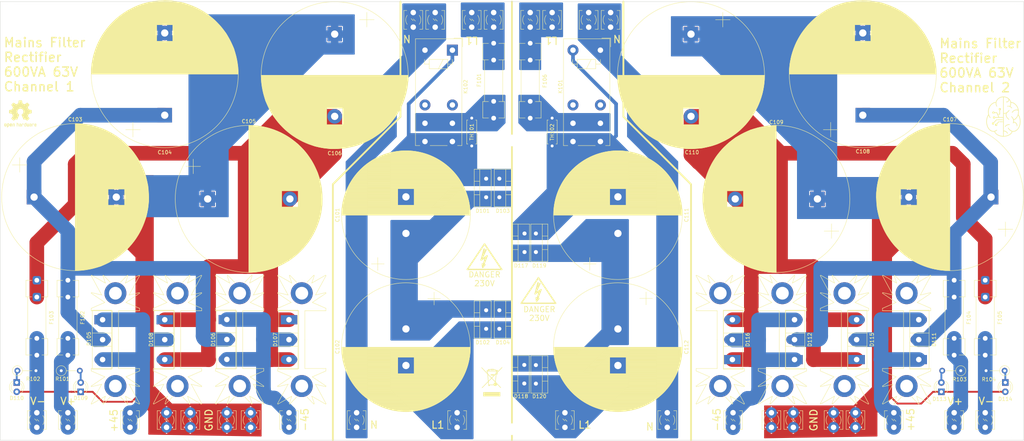
<source format=kicad_pcb>
(kicad_pcb (version 20221018) (generator pcbnew)
  (layers (0 "F.Cu" signal) (31 "B.Cu" signal) (34 "B.Paste" user) (35 "F.Paste" user) (36 "B.SilkS" user "B.Silkscreen") (37 "F.SilkS" user "F.Silkscreen") (38 "B.Mask" user) (39 "F.Mask" user) (44 "Edge.Cuts" user))
  (net 0 "")
  (net 1 "Net-(D101-K)")
  (net 2 "Net-(D101-A)")
  (net 3 "Net-(D102-K)")
  (net 4 "Net-(D105-K)")
  (net 5 "Net-(C105-Pad2)")
  (net 6 "Net-(D108-K)")
  (net 7 "Net-(D107-K)")
  (net 8 "Net-(D109-A)")
  (net 9 "Net-(D110-K)")
  (net 10 "Net-(J101-Pin_1)")
  (net 11 "Net-(F101-Pad2)")
  (net 12 "Net-(J109-Pin_1)")
  (net 13 "Net-(J110-Pin_1)")
  (net 18 "Net-(J102-Pin_1)")
  (net 21 "Net-(D111-K)")
  (net 22 "Net-(C109-Pad2)")
  (net 23 "Net-(D117-K)")
  (net 24 "Net-(D117-A)")
  (net 25 "Net-(D118-K)")
  (net 26 "Net-(D115-K)")
  (net 27 "Net-(D116-K)")
  (net 28 "Net-(D113-A)")
  (net 29 "Net-(D114-K)")
  (net 30 "Net-(J115-Pin_1)")
  (net 31 "Net-(J122-Pin_1)")
  (net 32 "Net-(J123-Pin_1)")
  (net 33 "Net-(F106-Pad2)")
  (net 38 "Net-(J126-Pin_1)")
  (net 41 "GND1")
  (net 42 "GND2")
  (footprint "Symbol:Symbol_HighVoltage_Type2_CopperTop_VerySmall" (layer "F.Cu") (at 197.5 140.5)
    (fp_text reference "REF**" hide)
    (fp_text value "Symbol_HighVoltage_Type2_CopperTop_VerySmall" hide)
  )
  (footprint "Package_TO_SOT_THT:TO-220-2_Vertical" (layer "F.Cu") (at 208.445 138.54 90)
    (fp_text reference "D117")
    (fp_text value "MUR860")
  )
  (footprint "TerminalBlock_MetzConnect:TerminalBlock_MetzConnect_360381_1x01_Horizontal_ScrewM3.0" (layer "F.Cu") (at 210 77 90)
    (fp_text reference "J125" hide)
    (fp_text value "L1" hide)
  )
  (footprint "Heatsink:Heatsink_Fischer_SK104-STCB_35x13mm__2xDrill3.5mm_ScrewM3" (layer "F.Cu") (at 147.5 162.5 90)
    (fp_text reference "HS104" hide)
    (fp_text value "SK104" hide)
  )
  (footprint "TerminalBlock_MetzConnect:TerminalBlock_MetzConnect_360381_1x01_Horizontal_ScrewM3.0" (layer "F.Cu") (at 178 73 -90)
    (fp_text reference "J102" hide)
    (fp_text value "N" hide)
  )
  (footprint "eigene:CP_Radial_D40.0mm_P22,5" (layer "F.Cu") (at 110 94.843063 90)
    (fp_text reference "C104")
    (fp_text value "10.000µ 80V")
  )
  (footprint "Symbol:OSHW-Logo2_9.8x8mm_SilkScreen" (layer "F.Cu") (at 70.5 100.75)
    (fp_text reference "REF**" hide)
    (fp_text value "OSHW-Logo2_9.8x8mm_SilkScreen" hide)
  )
  (footprint "TerminalBlock_MetzConnect:TerminalBlock_MetzConnect_360381_1x01_Horizontal_ScrewM3.0" (layer "F.Cu") (at 100.5 186.5 90)
    (fp_text reference "J105" hide)
    (fp_text value "+45VAC" hide)
  )
  (footprint "Resistor_THT:R_Axial_DIN0207_L6.3mm_D2.5mm_P7.62mm_Horizontal" (layer "F.Cu") (at 194 109.5 90)
    (fp_text reference "TH101")
    (fp_text value "EPC B57364-S100\n")
  )
  (footprint "Package_TO_SOT_THT:TO-247-3_Vertical" (layer "F.Cu") (at 299.32 167.95 90)
    (fp_text reference "D115")
    (fp_text value "MUR3020")
  )
  (footprint "Package_TO_SOT_THT:TO-247-3_Vertical" (layer "F.Cu") (at 316.32 167.95 90)
    (fp_text reference "D111")
    (fp_text value "MUR3020")
  )
  (footprint "LED_THT:LED_D3.0mm" (layer "F.Cu") (at 69.5 174.225 -90)
    (fp_text reference "D110")
    (fp_text value "LED")
  )
  (footprint "Symbol:WEEE-Logo_5.6x8mm_SilkScreen" (layer "F.Cu") (at 199.5 174)
    (fp_text reference "REF**" hide)
    (fp_text value "WEEE-Logo_5.6x8mm_SilkScreen" hide)
  )
  (footprint "Package_TO_SOT_THT:TO-247-3_Vertical" (layer "F.Cu") (at 93 157.05 -90)
    (fp_text reference "D105")
    (fp_text value "MUR3020")
  )
  (footprint "TerminalBlock_MetzConnect:TerminalBlock_MetzConnect_360381_1x01_Horizontal_ScrewM3.0" (layer "F.Cu") (at 127 182.5 -90)
    (fp_text reference "J107" hide)
    (fp_text value "0V" hide)
  )
  (footprint "Relay_THT:Relay_DPDT_Finder_40.52" (layer "F.Cu") (at 188.7075 83.2925 -90)
    (fp_text reference "K102")
    (fp_text value "FINDER-40.52")
  )
  (footprint "Package_TO_SOT_THT:TO-220-2_Vertical" (layer "F.Cu") (at 197.945 159.54 90)
    (fp_text reference "D102")
    (fp_text value "MUR860")
  )
  (footprint "Fuse:Fuseholder_Clip-5x20mm_Littelfuse_100_Inline_P20.50x4.60mm_D1.30mm_Horizontal" (layer "F.Cu") (at 210 81.4 -90)
    (fp_text reference "F106")
    (fp_text value "3,15A")
  )
  (footprint "Fuse:Fuseholder_Clip-5x20mm_Littelfuse_100_Inline_P20.50x4.60mm_D1.30mm_Horizontal" (layer "F.Cu") (at 83.5 146.25 -90)
    (fp_text reference "F102")
    (fp_text value "8A")
  )
  (footprint "LED_THT:LED_D3.0mm" (layer "F.Cu") (at 87 176.775 90)
    (fp_text reference "D109")
    (fp_text value "LED")
  )
  (footprint "Package_TO_SOT_THT:TO-220-2_Vertical" (layer "F.Cu") (at 211.555 169.46 -90)
    (fp_text reference "D120")
    (fp_text value "MUR860")
  )
  (footprint "Resistor_THT:R_Axial_DIN0207_L6.3mm_D2.5mm_P5.08mm_Vertical" (layer "F.Cu") (at 327.815 171 180)
    (fp_text reference "R103")
    (fp_text value "4k7 1W")
  )
  (footprint "Heatsink:Heatsink_Fischer_SK104-STCB_35x13mm__2xDrill3.5mm_ScrewM3" (layer "F.Cu") (at 96.5 162.5 90)
    (fp_text reference "HS101" hide)
    (fp_text value "SK104" hide)
  )
  (footprint "eigene:CP_Radial_D40.0mm_P22,5" (layer "F.Cu") (at 254 85.156937 -90)
    (fp_text reference "C110")
    (fp_text value "10.000µ 80V")
  )
  (footprint "MountingHole:MountingHole_3.2mm_M3_DIN965" (layer "F.Cu") (at 205 187)
    (fp_text reference "REF**" hide)
    (fp_text value "MountingHole_3.2mm_M3_DIN965" hide)
  )
  (footprint "Package_TO_SOT_THT:TO-247-3_Vertical" (layer "F.Cu") (at 110 157.05 -90)
    (fp_text reference "D108")
    (fp_text value "MUR3020")
  )
  (footprint "TerminalBlock_MetzConnect:TerminalBlock_MetzConnect_360381_1x01_Horizontal_ScrewM3.0" (layer "F.Cu") (at 299 186.5 90)
    (fp_text reference "J118" hide)
    (fp_text value "GND" hide)
  )
  (footprint "Heatsink:Heatsink_Fischer_SK104-STCB_35x13mm__2xDrill3.5mm_ScrewM3" (layer "F.Cu") (at 296 162.5 90)
    (fp_text reference "HS106" hide)
    (fp_text value "SK104" hide)
  )
  (footprint "Heatsink:Heatsink_Fischer_SK104-STCB_35x13mm__2xDrill3.5mm_ScrewM3" (layer "F.Cu") (at 262 162.5 90)
    (fp_text reference "HS105" hide)
    (fp_text value "SK104" hide)
  )
  (footprint "Resistor_THT:R_Axial_DIN0207_L6.3mm_D2.5mm_P7.62mm_Horizontal" (layer "F.Cu") (at 216 109.5 90)
    (fp_text reference "TH102")
    (fp_text value "EPC B57364-S100\n")
  )
  (footprint "TerminalBlock_MetzConnect:TerminalBlock_MetzConnect_360381_1x01_Horizontal_ScrewM3.0" (layer "F.Cu") (at 276 186.5 90)
    (fp_text reference "J121" hide)
    (fp_text value "0V" hide)
  )
  (footprint "Fuse:Fuseholder_Clip-5x20mm_Littelfuse_100_Inline_P20.50x4.60mm_D1.30mm_Horizontal" (layer "F.Cu") (at 334.5 146.25 -90)
    (fp_text reference "F105")
    (fp_text value "8A")
  )
  (footprint "MountingHole:MountingHole_3.2mm_M3_DIN965" (layer "F.Cu") (at 68 187)
    (fp_text reference "REF**" hide)
    (fp_text value "MountingHole_3.2mm_M3_DIN965" hide)
  )
  (footprint "eigene:CP_Radial_D40.0mm_P22,5" (layer "F.Cu") (at 301 94.843064 90)
    (fp_text reference "C108")
    (fp_text value "10.000µ 80V")
  )
  (footprint "Capacitor_THT:CP_Radial_D35.0mm_P10.00mm_SnapIn" (layer "F.Cu") (at 234 133.430499 90)
    (fp_text reference "C111")
    (fp_text value "22.000µ 40V")
  )
  (footprint "Fuse:Fuseholder_Clip-5x20mm_Littelfuse_100_Inline_P20.50x4.60mm_D1.30mm_Horizontal" (layer "F.Cu") (at 75 146.25 -90)
    (fp_text reference "F103")
    (fp_text value "8A")
  )
  (footprint "Resistor_THT:R_Axial_DIN0207_L6.3mm_D2.5mm_P5.08mm_Vertical" (layer "F.Cu") (at 69.685 171)
    (fp_text reference "R102")
    (fp_text value "4k7 1W")
  )
  (footprint "Heatsink:Heatsink_Fischer_SK104-STCB_35x13mm__2xDrill3.5mm_ScrewM3" (layer "F.Cu") (at 313 162.5 90)
    (fp_text reference "HS108" hide)
    (fp_text value "SK104" hide)
  )
  (footprint "TerminalBlock_MetzConnect:TerminalBlock_MetzConnect_360381_1x01_Horizontal_ScrewM3.0" (layer "F.Cu") (at 200 73 -90)
    (fp_text reference "J113" hide)
    (fp_text value "L1" hide)
  )
  (footprint "LED_THT:LED_D3.0mm" (layer "F.Cu") (at 340 174.225 -90)
    (fp_text reference "D114")
    (fp_text value "LED")
  )
  (footprint "eigene:CP_Radial_D40.0mm_P22,5" (layer "F.Cu") (at 80.5 123.5)
    (fp_text reference "C103")
    (fp_text value "10.000µ 80V")
  )
  (footprint "TerminalBlock_MetzConnect:TerminalBlock_MetzConnect_360381_1x01_Horizontal_ScrewM3.0" (layer "F.Cu") (at 194 73 -90)
    (fp_text reference "J101" hide)
    (fp_text value "L1" hide)
  )
  (footprint "TerminalBlock_MetzConnect:TerminalBlock_MetzConnect_360381_1x01_Horizontal_ScrewM3.0" (layer "F.Cu") (at 144 186.5 90)
    (fp_text reference "J106" hide)
    (fp_text value "-45VAC" hide)
  )
  (footprint "TerminalBlock_MetzConnect:TerminalBlock_MetzConnect_360381_1x01_Horizontal_ScrewM3.0" (layer "F.Cu") (at 232 77 90)
    (fp_text reference "J127" hide)
    (fp_text value "N" hide)
  )
  (footprint "eigene:logo" (layer "F.Cu") (at 339.5 101.5)
    (fp_text reference "G***" hide)
    (fp_text value "LOGO" hide)
  )
  (footprint "TerminalBlock_MetzConnect:TerminalBlock_MetzConnect_360381_1x01_Horizontal_ScrewM3.0" (layer "F.Cu") (at 184 73 -90)
    (fp_text reference "J104" hide)
    (fp_text value "N" hide)
  )
  (footprint "TerminalBlock_MetzConnect:TerminalBlock_MetzConnect_360381_1x01_Horizontal_ScrewM3.0" (layer "F.Cu") (at 265.5 186.5 90)
    (fp_text reference "J119" hide)
    (fp_text value "-45VAC" hide)
  )
  (footprint "MountingHole:MountingHole_3.2mm_M3_DIN965" (layer "F.Cu") (at 342 73)
    (fp_text reference "REF**" hide)
    (fp_text value "MountingHole_3.2mm_M3_DIN965" hide)
  )
  (footprint "Resistor_THT:R_Axial_DIN0207_L6.3mm_D2.5mm_P5.08mm_Vertical" (layer "F.Cu") (at 339.815 171 180)
    (fp_text reference "R104")
    (fp_text value "4k7 1W")
  )
  (footprint "Package_TO_SOT_THT:TO-220-2_Vertical" (layer "F.Cu") (at 208.38 174.5 90)
    (fp_text reference "D118")
    (fp_text value "MUR860")
  )
  (footprint "Resistor_THT:R_Axial_DIN0207_L6.3mm_D2.5mm_P5.08mm_Vertical" (layer "F.Cu") (at 81.685 171)
    (fp_text reference "R101")
    (fp_text value "4k7 1W")
  )
  (footprint "TerminalBlock_MetzConnect:TerminalBlock_MetzConnect_360381_1x01_Horizontal_ScrewM3.0" (layer "F.Cu") (at 309.5 186.5 90)
    (fp_text reference "J116" hide)
    (fp_text value "+45VAC" hide)
  )
  (footprint "eigene:CP_Radial_D40.0mm_P22,5" (layer "F.Cu") (at 282.343064 124 180)
    (fp_text reference "C109")
    (fp_text value "10.000µ 80V")
  )
  (footprint "eigene:CP_Radial_D40.0mm_P22,5" (layer "F.Cu") (at 329.843064 123.5 180)
    (fp_text reference "C107")
    (fp_text value "10.000µ 80V")
  )
  (footprint "TerminalBlock_MetzConnect:TerminalBlock_MetzConnect_360381_1x01_Horizontal_ScrewM3.0" (layer "F.Cu") (at 282 186.5 90)
    (fp_text reference "J120" hide)
    (fp_text value "0V" hide)
  )
  (footprint "Relay_THT:Relay_DPDT_Finder_40.52" (layer "F.Cu") (at 229.2075 83.2925 -90)
    (fp_text reference "K101")
    (fp_text value "FINDER-40.52")
  )
  (footprint "Heatsink:Heatsink_Fischer_SK104-STCB_35x13mm__2xDrill3.5mm_ScrewM3" (layer "F.Cu") (at 113.5 162.5 90)
    (fp_text reference "HS103" hide)
    (fp_text value "SK104" hide)
  )
  (footprint "TerminalBlock_MetzConnect:TerminalBlock_MetzConnect_360381_1x01_Horizontal_ScrewM3.0" (layer "F.Cu") (at 226 77 90)
    (fp_text reference "J126" hide)
    (fp_text value "N" hide)
  )
  (footprint "Package_TO_SOT_THT:TO-220-2_Vertical" (layer "F.Cu") (at 201.555 154.46 -90)
    (fp_text reference "D104")
    (fp_text value "MUR860")
  )
  (footprint "TerminalBlock_MetzConnect:TerminalBlock_MetzConnect_360381_1x01_Horizontal_ScrewM3.0" (layer "F.Cu") (at 293 186.5 90)
    (fp_text reference "J117" hide)
    (fp_text value "GND" hide)
  )
  (footprint "Package_TO_SOT_THT:TO-247-3_Vertical" (layer "F.Cu") (at 144 157.05 -90)
    (fp_text reference "D107")
    (fp_text value "MUR3020")
  )
  (footprint "TerminalBlock_MetzConnect:TerminalBlock_MetzConnect_360381_1x01_Horizontal_ScrewM3.0" (layer "F.Cu") (at 133.5 182.5 -90)
    (fp_text reference "J108" hide)
    (fp_text value "0V" hide)
  )
  (footprint "TerminalBlock_MetzConnect:TerminalBlock_MetzConnect_360381_1x01_Horizontal_ScrewM3.0" (layer "F.Cu") (at 216 77 90)
    (fp_text reference "J123" hide)
    (fp_text value "L1" hide)
  )
  (footprint "TerminalBlock_MetzConnect:TerminalBlock_MetzConnect_360381_1x01_Horizontal_ScrewM3.0" (layer "F.Cu") (at 190 182.5 -90)
    (fp_text reference "J103" hide)
    (fp_text value "L1_F" hide)
  )
  (footprint "TerminalBlock_MetzConnect:TerminalBlock_MetzConnect_360381_1x01_Horizontal_ScrewM3.0" (layer "F.Cu") (at 83.5 182.5 -90)
    (fp_text reference "J109" hide)
    (fp_text value "+63VDC" hide)
  )
  (footprint "eigene:CP_Radial_D40.0mm_P22,5" (layer "F.Cu") (at 156.5 85.156937 -90)
    (fp_text reference "C106")
    (fp_text value "10.000µ 80V")
  )
  (footprint "Package_TO_SOT_THT:TO-220-2_Vertical" (layer "F.Cu") (at 197.945 123.54 90)
    (fp_text reference "D101")
    (fp_text value "MUR860")
  )
  (footprint "Package_TO_SOT_THT:TO-220-2_Vertical" (layer "F.Cu") (at 201.555 118.46 -90)
    (fp_text reference "D103")
    (fp_text value "MUR860")
  )
  (footprint "Symbol:Symbol_HighVoltage_Type2_CopperTop_VerySmall" (layer "F.Cu") (at 212.25 149.75)
    (fp_text reference "REF**" hide)
    (fp_text value "Symbol_HighVoltage_Type2_CopperTop_VerySmall" hide)
  )
  (footprint "TerminalBlock_MetzConnect:TerminalBlock_MetzConnect_360381_1x01_Horizontal_ScrewM3.0" (layer "F.Cu") (at 326 186.5 90)
    (fp_text reference "J115" hide)
    (fp_text value "+63VDC" hide)
  )
  (footprint "Fuse:Fuseholder_Clip-5x20mm_Littelfuse_100_Inline_P20.50x4.60mm_D1.30mm_Horizontal" (layer "F.Cu") (at 326 146.25 -90)
    (fp_text reference "F104")
    (fp_text value "8A")
  )
  (footprint "Fuse:Fuseholder_Clip-5x20mm_Littelfuse_100_Inline_P20.50x4.60mm_D1.30mm_Horizontal" (layer "F.Cu") (at 200 81.4 -90)
    (fp_text reference "F101")
    (fp_text value "3,15A")
  )
  (footprint "TerminalBlock_MetzConnect:TerminalBlock_MetzConnect_360381_1x01_Horizontal_ScrewM3.0" (layer "F.Cu") (at 117 182.5 -90)
    (fp_text reference "J111" hide)
    (fp_text value "GND" hide)
  )
  (footprint "Capacitor_THT:CP_Radial_D35.0mm_P10.00mm_SnapIn" (layer "F.Cu") (at 176 159.569501 -90)
    (fp_text reference "C102")
    (fp_text value "22.000µ 40V")
  )
  (footprint "TerminalBlock_MetzConnect:TerminalBlock_MetzConnect_360381_1x01_Horizontal_ScrewM3.0" (layer "F.Cu") (at 110.5 182.5 -90)
    (fp_text reference "J112" hide)
    (fp_text value "GND" hide)
  )
  (footprint "MountingHole:MountingHole_3.2mm_M3_DIN965" (layer "F.Cu") (at 68 73)
    (fp_text reference "REF**" hide)
    (fp_text value "MountingHole_3.2mm_M3_DIN965" hide)
  )
  (footprint "Capacitor_THT:CP_Radial_D35.0mm_P10.00mm_SnapIn" (layer "F.Cu") (at 234 159.569501 -90)
    (fp_text reference "C112")
    (fp_text value "22.000µ 40V")
  )
  (footprint "Package_TO_SOT_THT:TO-247-3_Vertical" (layer "F.Cu") (at 127 157 -90)
    (fp_text reference "D106")
    (fp_text value "MUR3020")
  )
  (footprint "Package_TO_SOT_THT:TO-247-3_Vertical" (layer "F.Cu") (at 265.32 167.95 90)
    (fp_text reference "D116")
    (fp_text value "MUR3020")
  )
  (footprint "Heatsink:Heatsink_Fischer_SK104-STCB_35x13mm__2xDrill3.5mm_ScrewM3" (layer "F.Cu") (at 279 162.5 90)
    (fp_text reference "HS107" hide)
    (fp_text value "SK104" hide)
  )
  (footprint "Package_TO_SOT_THT:TO-220-2_Vertical" (layer "F.Cu") (at 211.555 133.46 -90)
    (fp_text reference "D119")
    (fp_text value "MUR860")
  )
  (footprint "MountingHole:MountingHole_3.2mm_M3_DIN965" (layer "F.Cu") (at 342 187)
    (fp_text reference "REF**" hide)
    (fp_text value "MountingHole_3.2mm_M3_DIN965" hide)
  )
  (footprint "Heatsink:Heatsink_Fischer_SK104-STCB_35x13mm__2xDrill3.5mm_ScrewM3" (layer "F.Cu") (at 130.5 162.5 90)
    (fp_text reference "HS102" hide)
    (fp_text value "SK104" hide)
  )
  (footprint "eigene:CP_Radial_D40.0mm_P22,5" (layer "F.Cu") (at 128 124)
    (fp_text reference "C105")
    (fp_text value "10.000µ 80V")
  )
  (footprint "MountingHole:MountingHole_3.2mm_M3_DIN965" (layer "F.Cu") (at 205 108)
    (fp_text reference "REF**" hide)
    (fp_text value "MountingHole_3.2mm_M3_DIN965" hide)
  )
  (footprint "Capacitor_THT:CP_Radial_D35.0mm_P10.00mm_SnapIn" (layer "F.Cu") (at 176 133.430499 90)
    (fp_text reference "C101")
    (fp_text value "22.000µ 40V")
  )
  (footprint "LED_THT:LED_D3.0mm" (layer "F.Cu") (at 322.5 176.775 90)
    (fp_text reference "D113")
    (fp_text value "LED")
  )
  (footprint "TerminalBlock_MetzConnect:TerminalBlock_MetzConnect_360381_1x01_Horizontal_ScrewM3.0" (layer "F.Cu") (at 219.5 186.5 90)
    (fp_text reference "J124" hide)
    (fp_text value "L1_F" hide)
  )
  (footprint "TerminalBlock_MetzConnect:TerminalBlock_MetzConnect_360381_1x01_Horizontal_ScrewM3.0" (layer "F.Cu") (at 334.5 186.5 90)
    (fp_text reference "J122" hide)
    (fp_text value "-63VDC" hide)
  )
  (footprint "Package_TO_SOT_THT:TO-247-3_Vertical" (layer "F.Cu") (at 282.32 167.95 90)
    (fp_text reference "D112")
    (fp_text value "MUR3020")
  )
  (footprint "TerminalBlock_MetzConnect:TerminalBlock_MetzConnect_360381_1x01_Horizontal_ScrewM3.0" (layer "F.Cu") (at 247.5 186.5 90)
    (fp_text reference "J128" hide)
    (fp_text value "N" hide)
  )
  (footprint "TerminalBlock_MetzConnect:TerminalBlock_MetzConnect_360381_1x01_Horizontal_ScrewM3.0" (layer "F.Cu") (at 75 182.5 -90)
    (fp_text reference "J110" hide)
    (fp_text value "-63VDC" hide)
  )
  (footprint "TerminalBlock_MetzConnect:TerminalBlock_MetzConnect_360381_1x01_Horizontal_ScrewM3.0" (layer "F.Cu") (at 162.5 182.5 -90)
    (fp_text reference "J114" hide)
    (fp_text value "N" hide)
  )
  (gr_line (start 174.5 101.5) (end 174.5 70) (stroke (width 0.5)) (layer "F.SilkS"))
  (gr_line (start 156 120) (end 174.5 101.5) (stroke (width 0.5)) (layer "F.SilkS"))
  (gr_line (start 156 190) (end 156 120) (stroke (width 0.5)) (layer "F.SilkS"))
  (gr_line (start 235.5 101.5) (end 254 120) (stroke (width 0.5)) (layer "F.SilkS"))
  (gr_line (start 235.5 70) (end 235.5 101.5) (stroke (width 0.5)) (layer "F.SilkS"))
  (gr_line (start 254 120) (end 254 190) (stroke (width 0.5)) (layer "F.SilkS"))
  (gr_line (start 205 190) (end 205 70) (stroke (width 0.5)) (layer "F.SilkS"))
  (gr_line (start 65 190) (end 65 70) (stroke (width 0.1)) (layer "Edge.Cuts"))
  (gr_line (start 345 70) (end 345 190) (stroke (width 0.1)) (layer "Edge.Cuts"))
  (gr_line (start 65 70) (end 345 70) (stroke (width 0.1)) (layer "Edge.Cuts"))
  (gr_line (start 345 190) (end 65 190) (stroke (width 0.1)) (layer "Edge.Cuts"))
  (gr_text "DANGER\n230V" (at 212.5 157.5) (layer "F.SilkS") (effects (font (size 1.5 1.5) (thickness 0.2)) (justify bottom)))
  (gr_text "DANGER\n230V" (at 197.5 148) (layer "F.SilkS") (effects (font (size 1.5 1.5) (thickness 0.2)) (justify bottom)))
  (gr_text "Mains Filter\nRectifier\n600VA 63V\nChannel 2" (at 321.75 95) (layer "F.SilkS") (effects (font (size 2.5 2.5) (thickness 0.4) bold) (justify left bottom)))
  (gr_text "V-" (at 73 180.5) (layer "F.SilkS") (effects (font (size 2 2) (thickness 0.3)) (justify left bottom)))
  (gr_text "V-" (at 332.5 180.5) (layer "F.SilkS") (effects (font (size 2 2) (thickness 0.3)) (justify left bottom)))
  (gr_text "-45" (at 262.25 187.75 90) (layer "F.SilkS") (effects (font (size 2 2) (thickness 0.3)) (justify left bottom)))
  (gr_text "V+" (at 81.25 180.5) (layer "F.SilkS") (effects (font (size 2 2) (thickness 0.3)) (justify left bottom)))
  (gr_text "-45" (at 149.5 187.75 90) (layer "F.SilkS") (effects (font (size 2 2) (thickness 0.3)) (justify left bottom)))
  (gr_text "GND" (at 123.25 187.75 90) (layer "F.SilkS") (effects (font (size 2 2) (thickness 0.3)) (justify left bottom)))
  (gr_text "+45" (at 97.25 188 90) (layer "F.SilkS") (effects (font (size 2 2) (thickness 0.3)) (justify left bottom)))
  (gr_text "N" (at 241.5 187.5) (layer "F.SilkS") (effects (font (size 2 2) (thickness 0.3)) (justify left bottom)))
  (gr_text "V+" (at 324 180.5) (layer "F.SilkS") (effects (font (size 2 2) (thickness 0.3)) (justify left bottom)))
  (gr_text "L1" (at 196 79.5 180) (layer "F.SilkS") (effects (font (size 2 2) (thickness 0.3)) (justify left bottom)))
  (gr_text "+45" (at 315.25 187.75 90) (layer "F.SilkS") (effects (font (size 2 2) (thickness 0.3)) (justify left bottom)))
  (gr_text "L1" (at 182.75 187) (layer "F.SilkS") (effects (font (size 2 2) (thickness 0.3)) (justify left bottom)))
  (gr_text "N" (at 166 187) (layer "F.SilkS") (effects (font (size 2 2) (thickness 0.3)) (justify left bottom)))
  (gr_text "Mains Filter\nRectifier\n600VA 63V\nChannel 1" (at 65.75 94.75) (layer "F.SilkS") (effects (font (size 2.5 2.5) (thickness 0.4) bold) (justify left bottom)))
  (gr_text "L1" (at 217.75 79.5 180) (layer "F.SilkS") (effects (font (size 2 2) (thickness 0.3)) (justify left bottom)))
  (gr_text "N" (at 235 79 180) (layer "F.SilkS") (effects (font (size 2 2) (thickness 0.3)) (justify left bottom)))
  (gr_text "L1" (at 223 187) (layer "F.SilkS") (effects (font (size 2 2) (thickness 0.3)) (justify left bottom)))
  (gr_text "N" (at 177.5 79 180) (layer "F.SilkS") (effects (font (size 2 2) (thickness 0.3)) (justify left bottom)))
  (gr_text "GND" (at 288.75 187.75 90) (layer "F.SilkS") (effects (font (size 2 2) (thickness 0.3)) (justify left bottom)))
  (segment (start 176.75 98) (end 188.7075 86.0425) (width 1) (layer "B.Cu") (net 2))
  (segment (start 176.75 106.75) (end 176.75 98) (width 1) (layer "B.Cu") (net 2))
  (segment (start 181.2075 108.2925) (end 178.2925 108.2925) (width 1) (layer "B.Cu") (net 2))
  (segment (start 178.2925 108.2925) (end 176.75 106.75) (width 1) (layer "B.Cu") (net 2))
  (segment (start 188.7075 86.0425) (end 188.7075 83.2925) (width 1) (layer "B.Cu") (net 2))
  (segment (start 83.5 143) (end 83.5 150.85) (width 4) (layer "B.Cu") (net 4))
  (segment (start 93 162.5) (end 91 162.5) (width 4) (layer "B.Cu") (net 4))
  (segment (start 83.5 155) (end 83.5 150.85) (width 4) (layer "B.Cu") (net 4))
  (segment (start 110 101.093063) (end 86.906937 101.093063) (width 4) (layer "B.Cu") (net 4))
  (segment (start 120.5 143) (end 83.5 143) (width 4) (layer "B.Cu") (net 4))
  (segment (start 74.25 113.75) (end 74.25 123.5) (width 4) (layer "B.Cu") (net 4))
  (segment (start 127 162.45) (end 121.55 162.45) (width 4) (layer "B.Cu") (net 4))
  (segment (start 91 162.5) (end 83.5 155) (width 4) (layer "B.Cu") (net 4))
  (segment (start 83.5 146.25) (end 83.5 132.75) (width 4) (layer "B.Cu") (net 4))
  (segment (start 86.906937 101.093063) (end 74.25 113.75) (width 4) (layer "B.Cu") (net 4))
  (segment (start 120.5 161.5) (end 120.5 143) (width 4) (layer "B.Cu") (net 4))
  (segment (start 83.5 132.75) (end 74.25 123.5) (width 4) (layer "B.Cu") (net 4))
  (arc (start 121.55 162.45) (mid 121.514645 162.464645) (end 121.5 162.5) (width 4) (layer "B.Cu") (net 4))
  (arc (start 121.5 162.5) (mid 120.792893 162.207107) (end 120.5 161.5) (width 4) (layer "B.Cu") (net 4))
  (segment (start 131.75 111.5) (end 132 111.75) (width 4) (layer "F.Cu") (net 5))
  (segment (start 139 157.1) (end 139.05 157.05) (width 4) (layer "F.Cu") (net 5))
  (segment (start 141.843063 101.406937) (end 131.75 111.5) (width 4) (layer "F.Cu") (net 5))
  (segment (start 132 142.5) (end 139 142.5) (width 4) (layer "F.Cu") (net 5))
  (segment (start 75 136) (end 85.5 125.5) (width 4) (layer "F.Cu") (net 5))
  (segment (start 132 111.75) (end 132 142.5) (width 4) (layer "F.Cu") (net 5))
  (segment (start 121.95 167.95) (end 122 168) (width 4) (layer "F.Cu") (net 5))
  (segment (start 139 168) (end 139 157.1) (width 4) (layer "F.Cu") (net 5))
  (segment (start 156.5 101.406937) (end 156.5 111.75) (width 4) (layer "F.Cu") (net 5))
  (segment (start 121.95 167.95) (end 121.95 157.05) (width 4) (layer "F.Cu") (net 5))
  (segment (start 121.95 157.05) (end 122 157) (width 4) (layer "F.Cu") (net 5))
  (segment (start 110 167.95) (end 121.95 167.95) (width 4) (layer "F.Cu") (net 5))
  (segment (start 75 150.85) (end 75 136) (width 4) (layer "F.Cu") (net 5))
  (segment (start 122 142.5) (end 132 142.5) (width 4) (layer "F.Cu") (net 5))
  (segment (start 122 157) (end 122 142.5) (width 4) (layer "F.Cu") (net 5))
  (segment (start 110 157.05) (end 121.95 157.05) (width 4) (layer "F.Cu") (net 5))
  (segment (start 139 129.25) (end 139 142.5) (width 4) (layer "F.Cu") (net 5))
  (segment (start 85.5 125.5) (end 85.5 114.5) (width 4) (layer "F.Cu") (net 5))
  (segment (start 88.5 111.5) (end 131.75 111.5) (width 4) (layer "F.Cu") (net 5))
  (segment (start 156.5 111.75) (end 144.25 124) (width 4) (layer "F.Cu") (net 5))
  (segment (start 85.5 114.5) (end 88.5 111.5) (width 4) (layer "F.Cu") (net 5))
  (segment (start 144 157.05) (end 139.05 157.05) (width 4) (layer "F.Cu") (net 5))
  (segment (start 139 157) (end 139 142.5) (width 4) (layer "F.Cu") (net 5))
  (segment (start 139.05 157.05) (end 139 157) (width 4) (layer "F.Cu") (net 5))
  (segment (start 139.05 167.95) (end 139 168) (width 4) (layer "F.Cu") (net 5))
  (segment (start 144.25 124) (end 139 129.25) (width 4) (layer "F.Cu") (net 5))
  (segment (start 131.75 111.5) (end 144.25 124) (width 4) (layer "F.Cu") (net 5))
  (segment (start 144 167.95) (end 139.05 167.95) (width 4) (layer "F.Cu") (net 5))
  (segment (start 156.5 101.406937) (end 141.843063 101.406937) (width 4) (layer "F.Cu") (net 5))
  (segment (start 104 157) (end 104 167.9) (width 4) (layer "B.Cu") (net 6))
  (segment (start 100.5 186.5) (end 100.5 182.5) (width 4) (layer "B.Cu") (net 6))
  (segment (start 110.68 162.5) (end 104 162.5) (width 4) (layer "B.Cu") (net 6))
  (segment (start 103.95 167.95) (end 103.95 179.05) (width 4) (layer "B.Cu") (net 6))
  (segment (start 93 157.05) (end 103.95 157.05) (width 4) (layer "B.Cu") (net 6))
  (segment (start 93 167.95) (end 103.95 167.95) (width 4) (layer "B.Cu") (net 6))
  (arc (start 103.95 179.05) (mid 102.939518 181.489518) (end 100.5 182.5) (width 4) (layer "B.Cu") (net 6))
  (segment (start 144 162.5) (end 137 162.5) (width 4) (layer "B.Cu") (net 7))
  (segment (start 144 186.5) (end 144 182.5) (width 4) (layer "B.Cu") (net 7))
  (segment (start 127 157) (end 137 157) (width 4) (layer "B.Cu") (net 7))
  (segment (start 137 168) (end 137 176) (width 4) (layer "B.Cu") (net 7))
  (segment (start 140 178.5) (end 144 182.5) (width 4) (layer "B.Cu") (net 7))
  (segment (start 139.5 178.5) (end 140 178.5) (width 4) (layer "B.Cu") (net 7))
  (segment (start 137 157) (end 137 167.8) (width 4) (layer "B.Cu") (net 7))
  (segment (start 127 167.9) (end 136.9 167.9) (width 4) (layer "B.Cu") (net 7))
  (arc (start 137 176) (mid 137.732233 177.767767) (end 139.5 178.5) (width 4) (layer "B.Cu") (net 7))
  (arc (start 137 167.8) (mid 136.970711 167.870711) (end 136.9 167.9) (width 4) (layer "B.Cu") (net 7))
  (arc (start 136.9 167.9) (mid 136.970711 167.929289) (end 137 168) (width 4) (layer "B.Cu") (net 7))
  (segment (start 87 174.235) (end 87 171.235) (width 0.5) (layer "B.Cu") (net 8))
  (arc (start 87 171.235) (mid 86.93117 171.06883) (end 86.765 171) (width 0.5) (layer "B.Cu") (net 8))
  (segment (start 69.5 174.225) (end 69.5 171.185) (width 0.5) (layer "B.Cu") (net 9))
  (arc (start 69.5 171.185) (mid 69.554185 171.054185) (end 69.685 171) (width 0.5) (layer "B.Cu") (net 9))
  (segment (start 81.685 171) (end 81.685 168.565) (width 4) (layer "B.Cu") (net 12))
  (segment (start 81.685 171) (end 81.685 180.685) (width 4) (layer "B.Cu") (net 12))
  (segment (start 81.685 168.565) (end 83.5 166.75) (width 4) (layer "B.Cu") (net 12))
  (segment (start 83.5 162.15) (end 83.5 166.75) (width 4) (layer "B.Cu") (net 12))
  (segment (start 81.685 180.685) (end 83.5 182.5) (width 4) (layer "B.Cu") (net 12))
  (segment (start 83.5 186.5) (end 83.5 182.5) (width 4) (layer "B.Cu") (net 12))
  (segment (start 75 162.15) (end 75 186.5) (width 4) (layer "B.Cu") (net 13))
  (segment (start 336 123.406936) (end 336 114) (width 4) (layer "B.Cu") (net 21))
  (segment (start 326 143) (end 289.5 143) (width 4) (layer "B.Cu") (net 21))
  (segment (start 326 155) (end 326 143) (width 4) (layer "B.Cu") (net 21))
  (segment (start 336 123.5) (end 336.093064 123.5) (width 4) (layer "B.Cu") (net 21))
  (segment (start 283.05 162.5) (end 288.4 162.5) (width 4) (layer "B.Cu") (net 21))
  (segment (start 288.4 162.5) (end 288.45 162.45) (width 4) (layer "B.Cu") (net 21))
  (segment (start 289.5 143) (end 289.5 161.5) (width 4) (layer "B.Cu") (net 21))
  (segment (start 336 114) (end 323.093063 101.093063) (width 4) (layer "B.Cu") (net 21))
  (segment (start 326 145.75) (end 326 133.5) (width 4) (layer "B.Cu") (net 21))
  (segment (start 318.5 162.5) (end 326 155) (width 4) (layer "B.Cu") (net 21))
  (segment (start 336.093064 123.5) (end 336 123.406936) (width 4) (layer "B.Cu") (net 21))
  (segment (start 323.093063 101.093063) (end 301 101.093064) (width 4) (layer "B.Cu") (net 21))
  (segment (start 283 162.45) (end 283.05 162.5) (width 4) (layer "B.Cu") (net 21))
  (segment (start 326 133.5) (end 336 123.5) (width 4) (layer "B.Cu") (net 21))
  (segment (start 316.32 162.5) (end 318.5 162.5) (width 4) (layer "B.Cu") (net 21))
  (arc (start 289.5 161.5) (mid 289.207107 162.207107) (end 288.5 162.5) (width 4) (layer "B.Cu") (net 21))
  (segment (start 287.5 157.05) (end 287.5 168) (width 4) (layer "F.Cu") (net 22))
  (segment (start 299.32 157.05) (end 287.5 157.05) (width 4) (layer "F.Cu") (net 22))
  (segment (start 265.32 167.95) (end 270.45 167.95) (width 4) (layer "F.Cu") (net 22))
  (segment (start 266.093064 124) (end 256.093064 114) (width 4) (layer "F.Cu") (net 22))
  (segment (start 328.5 114.5) (end 325.5 111.5) (width 4) (layer "F.Cu") (net 22))
  (segment (start 287.5 157.05) (end 287.5 142.5) (width 4) (layer "F.Cu") (net 22))
  (segment (start 270.45 167.95) (end 270.5 168) (width 4) (layer "F.Cu") (net 22))
  (segment (start 270.5 157) (end 270.45 157.05) (width 4) (layer "F.Cu") (net 22))
  (segment (start 270.5 157.1) (end 270.45 157.05) (width 4) (layer "F.Cu") (net 22))
  (segment (start 270.5 142.5) (end 270.5 157) (width 4) (layer "F.Cu") (net 22))
  (segment (start 328.5 129) (end 328.5 114.5) (width 4) (layer "F.Cu") (net 22))
  (segment (start 278.5 111.593064) (end 278.5 142.5) (width 4) (layer "F.Cu") (net 22))
  (segment (start 278.593064 111.5) (end 278.5 111.593064) (width 4) (layer "F.Cu") (net 22))
  (segment (start 270.5 128.406936) (end 270.5 142.5) (width 4) (layer "F.Cu") (net 22))
  (segment (start 334.5 150.85) (end 334.5 135) (width 4) (layer "F.Cu") (net 22))
  (segment (start 254 112) (end 254 101.406937) (width 4) (layer "F.Cu") (net 22))
  (segment (start 325.5 111.5) (end 278.593064 111.5) (width 4) (layer "F.Cu") (net 22))
  (segment (start 270.5 168) (end 270.5 157.1) (width 4) (layer "F.Cu") (net 22))
  (segment (start 278.5 142.5) (end 270.5 142.5) (width 4) (layer "F.Cu") (net 22))
  (segment (start 265.32 157.05) (end 270.45 157.05) (width 4) (layer "F.Cu") (net 22))
  (segment (start 287.5 142.5) (end 278.5 142.5) (width 4) (layer "F.Cu") (net 22))
  (segment (start 287.5 168) (end 287.55 167.95) (width 4) (layer "F.Cu") (net 22))
  (segment (start 268.500001 101.406937) (end 278.593064 111.5) (width 4) (layer "F.Cu") (net 22))
  (segment (start 266.093064 124) (end 270.5 128.406936) (width 4) (layer "F.Cu") (net 22))
  (segment (start 254 101.406937) (end 268.500001 101.406937) (width 4) (layer "F.Cu") (net 22))
  (segment (start 334.5 135) (end 328.5 129) (width 4) (layer "F.Cu") (net 22))
  (segment (start 287.55 167.95) (end 299.32 167.95) (width 4) (layer "F.Cu") (net 22))
  (segment (start 278.593064 111.5) (end 266.093064 124) (width 4) (layer "F.Cu") (net 22))
  (segment (start 256.093064 114) (end 256 114) (width 4) (layer "F.Cu") (net 22))
  (segment (start 256 114) (end 254 112) (width 4) (layer "F.Cu") (net 22))
  (segment (start 233.5 98) (end 221.75 86.25) (width 1) (layer "B.Cu") (net 24))
  (segment (start 231.9575 108.2925) (end 233.5 106.75) (width 1) (layer "B.Cu") (net 24))
  (segment (start 221.75 86) (end 221.7075 85.9575) (width 1) (layer "B.Cu") (net 24))
  (segment (start 221.7075 85.9575) (end 221.7075 83.2925) (width 1) (layer "B.Cu") (net 24))
  (segment (start 233.5 106.75) (end 233.5 98) (width 1) (layer "B.Cu") (net 24))
  (segment (start 221.75 86.25) (end 221.75 86) (width 1) (layer "B.Cu") (net 24))
  (segment (start 229.2075 108.2925) (end 231.9575 108.2925) (width 1) (layer "B.Cu") (net 24))
  (segment (start 299.32 162.5) (end 306 162.5) (width 4) (layer "B.Cu") (net 26))
  (segment (start 316.32 167.95) (end 306.05 167.95) (width 4) (layer "B.Cu") (net 26))
  (segment (start 316.32 157.05) (end 306.05 157.05) (width 4) (layer "B.Cu") (net 26))
  (segment (start 306.05 167.95) (end 306.05 179.05) (width 4) (layer "B.Cu") (net 26))
  (segment (start 306 157) (end 306 167.9) (width 4) (layer "B.Cu") (net 26))
  (segment (start 309.5 186.5) (end 309.5 182.5) (width 4) (layer "B.Cu") (net 26))
  (arc (start 306 167.9) (mid 306.014645 167.935355) (end 306.05 167.95) (width 4) (layer "B.Cu") (net 26))
  (arc (start 306.05 167.95) (mid 306.014645 167.964645) (end 306 168) (width 4) (layer "B.Cu") (net 26))
  (arc (start 306.05 179.05) (mid 307.060482 181.489518) (end 309.5 182.5) (width 4) (layer "B.Cu") (net 26))
  (arc (start 306.05 157.05) (mid 306.014645 157.035355) (end 306 157) (width 4) (layer "B.Cu") (net 26))
  (segment (start 272.5 168.1) (end 272.5 176.1) (width 4) (layer "B.Cu") (net 27))
  (segment (start 272.5 157.1) (end 272.5 167.9) (width 4) (layer "B.Cu") (net 27))
  (segment (start 265.5 186.6) (end 265.5 182.6) (width 4) (layer "B.Cu") (net 27))
  (segment (start 282.5 157.1) (end 272.5 157.1) (width 4) (layer "B.Cu") (net 27))
  (segment (start 270 178.6) (end 269.4 178.6) (width 4) (layer "B.Cu") (net 27))
  (segment (start 282.5 168) (end 272.6 168) (width 4) (layer "B.Cu") (net 27))
  (segment (start 265.5 162.6) (end 272.5 162.6) (width 4) (layer "B.Cu") (net 27))
  (segment (start 269.4 178.6) (end 265.5 182.5) (width 4) (layer "B.Cu") (net 27))
  (arc (start 272.5 176.1) (mid 271.767767 177.867767) (end 270 178.6) (width 4) (layer "B.Cu") (net 27))
  (segment (start 322.5 174.235) (end 322.5 171.235) (width 0.5) (layer "B.Cu") (net 28))
  (arc (start 322.5 171.235) (mid 322.56883 171.06883) (end 322.735 171) (width 0.5) (layer "B.Cu") (net 28))
  (segment (start 340 174.225) (end 340 171.185) (width 0.5) (layer "B.Cu") (net 29))
  (arc (start 340 171.185) (mid 339.945815 171.054185) (end 339.815 171) (width 0.5) (layer "B.Cu") (net 29))
  (segment (start 327.815 171) (end 327.815 180.685) (width 4) (layer "B.Cu") (net 30))
  (segment (start 327.815 180.685) (end 326 182.5) (width 4) (layer "B.Cu") (net 30))
  (segment (start 326 162.15) (end 326 166.75) (width 4) (layer "B.Cu") (net 30))
  (segment (start 327.815 171) (end 327.815 168.565) (width 4) (layer "B.Cu") (net 30))
  (segment (start 326 186.5) (end 326 182.5) (width 4) (layer "B.Cu") (net 30))
  (segment (start 327.815 168.565) (end 326 166.75) (width 4) (layer "B.Cu") (net 30))
  (segment (start 334.5 186.5) (end 334.5 162.15) (width 4) (layer "B.Cu") (net 31))
  (segment (start 69.5 176.765) (end 84.49 176.765) (width 0.5) (layer "F.Cu") (net 41))
  (segment (start 86.99 176.765) (end 87 176.775) (width 0.5) (layer "F.Cu") (net 41))
  (segment (start 87 176.775) (end 90.275 176.775) (width 0.5) (layer "F.Cu") (net 41))
  (segment (start 93 179.5) (end 101 179.5) (width 0.5) (layer "F.Cu") (net 41))
  (segment (start 101 179.5) (end 102.5 178) (width 0.5) (layer "F.Cu") (net 41))
  (segment (start 84.5 176.775) (end 87 176.775) (width 0.5) (layer "F.Cu") (net 41))
  (segment (start 84.49 176.765) (end 84.5 176.775) (width 0.5) (layer "F.Cu") (net 41))
  (segment (start 90.275 176.775) (end 93 179.5) (width 0.5) (layer "F.Cu") (net 41))
  (segment (start 322.5 176.775) (end 320.225 176.775) (width 0.5) (layer "F.Cu") (net 42))
  (segment (start 322.51 176.765) (end 322.5 176.775) (width 0.5) (layer "F.Cu") (net 42))
  (segment (start 325.01 176.765) (end 325 176.775) (width 0.5) (layer "F.Cu") (net 42))
  (segment (start 320.225 176.775) (end 317 180) (width 0.5) (layer "F.Cu") (net 42))
  (segment (start 317 180) (end 310.5 180) (width 0.5) (layer "F.Cu") (net 42))
  (segment (start 325 176.775) (end 322.5 176.775) (width 0.5) (layer "F.Cu") (net 42))
  (segment (start 310.5 180) (end 308.5 178) (width 0.5) (layer "F.Cu") (net 42))
  (segment (start 340 176.765) (end 325.01 176.765) (width 0.5) (layer "F.Cu") (net 42))
  (zone (net 41) (net_name "GND1") (layer "F.Cu") (priority 1) (connect_pads (clearance 0.25)) (min_thickness 0.25) (fill yes (thermal_gap 0.25) (thermal_bridge_width 2))
    (polygon (pts (xy 136.5 189) (xy 136.5 180) (xy 112 180) (xy 107 175) (xy 107 117.5) (xy 91 117.5) (xy 91 129) (xy 102 140) (xy 102 178.5) (xy 105.5 182) (xy 105.5 188.5)))
  )
  (zone (net 42) (net_name "GND2") (layer "F.Cu") (priority 1) (connect_pads (clearance 0.25)) (min_thickness 0.25) (fill yes (thermal_gap 0.25) (thermal_bridge_width 2))
    (polygon (pts (xy 274 189.5) (xy 274 180.5) (xy 298.5 180.5) (xy 303.5 175.5) (xy 303.5 118) (xy 319.5 118) (xy 319.5 129.5) (xy 309 140) (xy 309 178.5) (xy 305 182.5) (xy 305 189)))
  )
  (zone (net 5) (net_name "Net-(C105-Pad2)") (layer "F.Cu") (priority 2) (connect_pads yes (clearance 0.25)) (min_thickness 0.25) (fill yes (thermal_gap 0.25) (thermal_bridge_width 2))
    (polygon (pts (xy 132 142.5) (xy 139 142.5) (xy 139 129) (xy 156.5 112) (xy 156.5 101.5) (xy 142 101.5) (xy 132 111.5)))
  )
  (zone (net 22) (net_name "Net-(C109-Pad2)") (layer "F.Cu") (priority 3) (connect_pads yes (clearance 0.25)) (min_thickness 0.25) (fill yes (thermal_gap 0.25) (thermal_bridge_width 2))
    (polygon (pts (xy 254 101.5) (xy 254 112) (xy 270.5 128.5) (xy 270.5 142.5) (xy 278.5 142.5) (xy 278.5 111.5) (xy 268.5 101.5)))
  )
  (zone (net 41) (net_name "GND1") (layer "B.Cu") (connect_pads (clearance 0.25)) (min_thickness 0.25) (fill yes (thermal_gap 0.25) (thermal_bridge_width 2))
    (polygon (pts (xy 162 73.5) (xy 104.5 73.5) (xy 104.5 84) (xy 116.5 84) (xy 116.5 117.5) (xy 91 117.5) (xy 91 129) (xy 127.5 129) (xy 127.5 110.5) (xy 153.5 84.5) (xy 162 84.5)))
  )
  (zone (net 32) (net_name "Net-(J123-Pin_1)") (layer "B.Cu") (priority 5) (connect_pads yes (clearance 0.5)) (min_thickness 0.5) (fill yes (thermal_gap 0.5) (thermal_bridge_width 1))
    (polygon (pts (xy 207 70.25) (xy 219 70.25) (xy 219 79.75) (xy 213 79.75) (xy 213 88.75) (xy 207 88.75)))
  )
  (zone (net 3) (net_name "Net-(D102-K)") (layer "B.Cu") (priority 13) (connect_pads yes (clearance 0.5)) (min_thickness 0.5) (fill yes (thermal_gap 0.5) (thermal_bridge_width 1))
    (polygon (pts (xy 205 157.5) (xy 205 162.25) (xy 194.5 162.25) (xy 194.5 189.75) (xy 185.5 189.75) (xy 171.75 176) (xy 171.75 165.5) (xy 182.5 165.5) (xy 190.5 157.5)))
  )
  (zone (net 18) (net_name "Net-(J102-Pin_1)") (layer "B.Cu") (priority 14) (connect_pads yes (clearance 0.5)) (min_thickness 0.5) (fill yes (thermal_gap 0.5) (thermal_bridge_width 1))
    (polygon (pts (xy 159.5 189.5) (xy 165.5 189.5) (xy 165.5 115) (xy 173.5 107) (xy 173.5 94) (xy 187 80.5) (xy 187 70.5) (xy 175 70.5) (xy 175 84.75) (xy 169 90.75) (xy 169 104.25) (xy 159.5 113.75)))
  )
  (zone (net 24) (net_name "Net-(D117-A)") (layer "B.Cu") (priority 8) (connect_pads yes (clearance 0.5)) (min_thickness 0.5) (fill yes (thermal_gap 0.5) (thermal_bridge_width 1))
    (polygon (pts (xy 205 130.75) (xy 205 135.25) (xy 215 135.25) (xy 223.5 126.75) (xy 237 126.75) (xy 237 111) (xy 232 106) (xy 214.5 106) (xy 214.5 121.25)))
  )
  (zone (net 11) (net_name "Net-(F101-Pad2)") (layer "B.Cu") (priority 6) (connect_pads yes (clearance 0.5)) (min_thickness 0.5) (fill yes (thermal_gap 0.5) (thermal_bridge_width 1))
    (polygon (pts (xy 178.5 100.5) (xy 192.25 100.5) (xy 197.25 95.5) (xy 203.25 95.5) (xy 203.25 103.25) (xy 201 105.5) (xy 178.5 105.5)))
  )
  (zone (net 38) (net_name "Net-(J126-Pin_1)") (layer "B.Cu") (priority 14) (connect_pads yes (clearance 0.5)) (min_thickness 0.5) (fill yes (thermal_gap 0.5) (thermal_bridge_width 1))
    (polygon (pts (xy 250.5 189.5) (xy 244.5 189.5) (xy 244.5 115) (xy 236.5 107) (xy 236.5 94) (xy 223 80.5) (xy 223 70.5) (xy 235 70.5) (xy 235 84.75) (xy 241 90.75) (xy 241 104.25) (xy 250.5 113.75)))
  )
  (zone (net 25) (net_name "Net-(D118-K)") (layer "B.Cu") (priority 10) (connect_pads yes (clearance 0.5)) (min_thickness 0.5) (fill yes (thermal_gap 0.5) (thermal_bridge_width 1))
    (polygon (pts (xy 205 172.25) (xy 226 172.25) (xy 232.5 165.75) (xy 237 165.75) (xy 237 175) (xy 222.5 189.5) (xy 216.75 189.5) (xy 205 177.75)))
  )
  (zone (net 1) (net_name "Net-(D101-K)") (layer "B.Cu") (priority 12) (connect_pads yes (clearance 0.5)) (min_thickness 0.5) (fill yes (thermal_gap 0.5) (thermal_bridge_width 1))
    (polygon (pts (xy 171.75 129.75) (xy 182.5 129.75) (xy 190.5 121.75) (xy 205 121.75) (xy 205 126.25) (xy 194.5 126.25) (xy 179.25 141.5) (xy 179.25 151.75) (xy 205 151.75) (xy 205 156.5) (xy 188.75 156.5) (xy 182.5 162.75) (xy 171.75 162.75)))
  )
  (zone (net 23) (net_name "Net-(D117-K)") (layer "B.Cu") (priority 9) (connect_pads yes (clearance 0.5)) (min_thickness 0.5) (fill yes (thermal_gap 0.5) (thermal_bridge_width 1))
    (polygon (pts (xy 205 136.5) (xy 205 141.25) (xy 229.5 141.25) (xy 229.5 159.75) (xy 222.5 166.75) (xy 205 166.75) (xy 205 171.25) (xy 224.5 171.25) (xy 231.75 164) (xy 237 164) (xy 237 129.5) (xy 225.25 129.5) (xy 218.25 136.5)))
  )
  (zone (net 42) (net_name "GND2") (layer "B.Cu") (connect_pads (clearance 0.25)) (min_thickness 0.25) (fill yes (thermal_gap 0.25) (thermal_bridge_width 2))
    (polygon (pts (xy 248.5 74) (xy 306 74) (xy 306 84.5) (xy 294 84.5) (xy 294 118) (xy 319.5 118) (xy 319.5 129.5) (xy 283 129.5) (xy 283 111) (xy 257 85) (xy 248.5 85)))
  )
  (zone (net 33) (net_name "Net-(F106-Pad2)") (layer "B.Cu") (priority 7) (connect_pads yes (clearance 0.5)) (min_thickness 0.5) (fill yes (thermal_gap 0.5) (thermal_bridge_width 1))
    (polygon (pts (xy 206.75 95.5) (xy 212.75 95.5) (xy 217.75 100.5) (xy 232 100.5) (xy 232 105.5) (xy 209 105.5) (xy 206.75 103.25)))
  )
  (zone (net 10) (net_name "Net-(J101-Pin_1)") (layer "B.Cu") (priority 4) (connect_pads yes (clearance 0.5)) (min_thickness 0.5) (fill yes (thermal_gap 0.5) (thermal_bridge_width 1))
    (polygon (pts (xy 191 70.25) (xy 203 70.25) (xy 203 88.75) (xy 197 88.75) (xy 197 79.75) (xy 191 79.75)))
  )
  (zone (net 2) (net_name "Net-(D101-A)") (layer "B.Cu") (priority 11) (connect_pads yes (clearance 0.5)) (min_thickness 0.5) (fill yes (thermal_gap 0.5) (thermal_bridge_width 1))
    (polygon (pts (xy 195.5 106) (xy 195.5 115.75) (xy 205 115.75) (xy 205 120.5) (xy 188.75 120.5) (xy 182.5 126.75) (xy 171.75 126.75) (xy 171.75 111.25) (xy 177 106)))
  )
)
</source>
